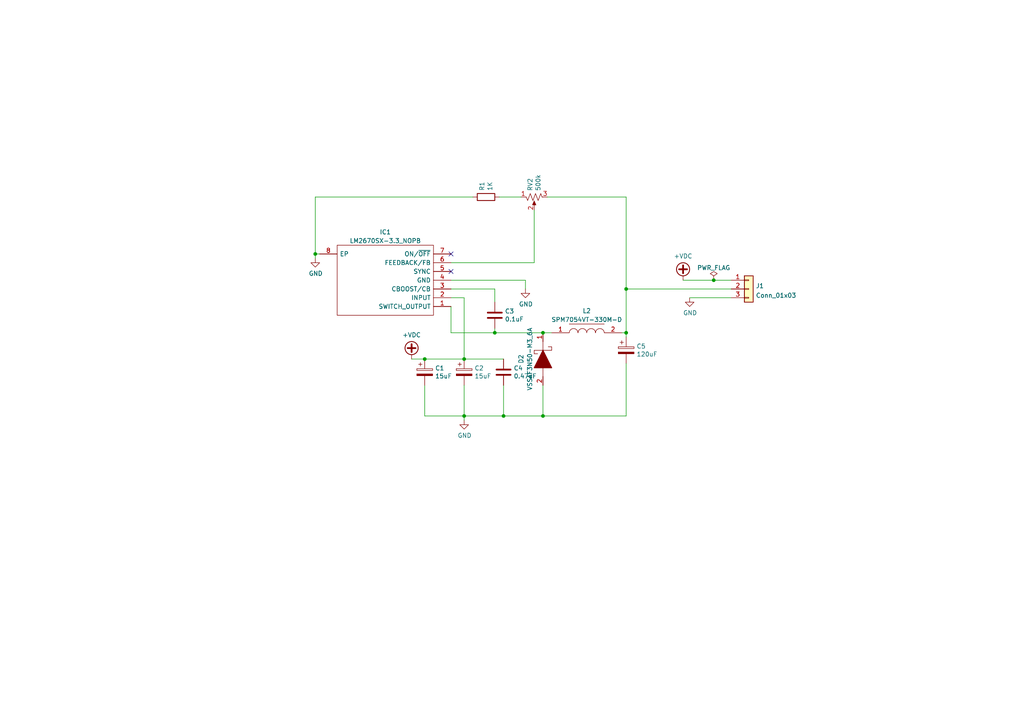
<source format=kicad_sch>
(kicad_sch (version 20231120) (generator "eeschema") (generator_version "8.0")
  (paper "A4")
  (lib_symbols
    (symbol "Connector_Generic:Conn_01x03" (pin_names (offset 1.016) hide)
      (property "Reference" "J" (at 0 5.08 0))
      (property "Value" "Conn_01x03" (at 0 -5.08 0))
      (symbol "Conn_01x03_1_1"
        (rectangle (start -1.27 -2.413) (end 0 -2.667) (stroke (width 0.1524)))
        (rectangle (start -1.27 0.127) (end 0 -0.127) (stroke (width 0.1524)))
        (rectangle (start -1.27 2.667) (end 0 2.413) (stroke (width 0.1524)))
        (rectangle (start -1.27 3.81) (end 1.27 -3.81) (stroke (width 0.254)) (fill (type background)))
        (pin passive line (at -5.08 2.54 0) (length 3.81) (name "Pin_1") (number "1"))
        (pin passive line (at -5.08 0 0) (length 3.81) (name "Pin_2") (number "2"))
        (pin passive line (at -5.08 -2.54 0) (length 3.81) (name "Pin_3") (number "3"))
      )
    )
    (symbol "Device:C" (pin_numbers hide) (pin_names (offset 0.254))
      (property "Reference" "C" (at 0.635 2.54 0))
      (property "Value" "C" (at 0.635 -2.54 0))
      (symbol "C_0_1"
        (polyline (pts (xy -2.032 -0.762) (xy 2.032 -0.762)) (stroke (width 0.508)))
        (polyline (pts (xy -2.032 0.762) (xy 2.032 0.762)) (stroke (width 0.508)))
      )
      (symbol "C_1_1"
        (pin passive line (at 0 3.81 270) (length 2.794) (name "~") (number "1"))
        (pin passive line (at 0 -3.81 90) (length 2.794) (name "~") (number "2"))
      )
    )
    (symbol "Device:CP" (pin_numbers hide) (pin_names (offset 0.254))
      (property "Reference" "C" (at 0.635 2.54 0))
      (property "Value" "Device_CP" (at 0.635 -2.54 0))
      (symbol "CP_0_1"
        (rectangle (start -2.286 0.508) (end 2.286 1.016))
        (polyline (pts (xy -1.778 2.286) (xy -0.762 2.286)))
        (polyline (pts (xy -1.27 2.794) (xy -1.27 1.778)))
        (rectangle (start 2.286 -0.508) (end -2.286 -1.016) (fill (type outline)))
      )
      (symbol "CP_1_1"
        (pin passive line (at 0 3.81 270) (length 2.794) (name "~") (number "1"))
        (pin passive line (at 0 -3.81 90) (length 2.794) (name "~") (number "2"))
      )
    )
    (symbol "Device:R" (pin_numbers hide) (pin_names (offset 0))
      (property "Reference" "R" (at 2.032 0 90))
      (property "Value" "R" (at 0 0 90))
      (symbol "R_0_1"
        (rectangle (start -1.016 -2.54) (end 1.016 2.54) (stroke (width 0.254)))
      )
      (symbol "R_1_1"
        (pin passive line (at 0 3.81 270) (length 1.27) (name "~") (number "1"))
        (pin passive line (at 0 -3.81 90) (length 1.27) (name "~") (number "2"))
      )
    )
    (symbol "Device:R_POT_US" (pin_names (offset 1.016) hide)
      (property "Reference" "RV" (at -4.445 0 90))
      (property "Value" "Device_R_POT_US" (at -2.54 0 90))
      (symbol "R_POT_US_0_1"
        (polyline (pts (xy 0 -2.286) (xy 0 -2.54)))
        (polyline (pts (xy 0 2.54) (xy 0 2.286)))
        (polyline (pts (xy 2.54 0) (xy 1.524 0)))
        (polyline (pts (xy 1.143 0) (xy 2.286 0.508) (xy 2.286 -0.508) (xy 1.143 0)) (fill (type outline)))
        (polyline (pts (xy 0 -0.762) (xy 1.016 -1.143) (xy 0 -1.524) (xy -1.016 -1.905) (xy 0 -2.286)))
        (polyline (pts (xy 0 0.762) (xy 1.016 0.381) (xy 0 0) (xy -1.016 -0.381) (xy 0 -0.762)))
        (polyline (pts (xy 0 2.286) (xy 1.016 1.905) (xy 0 1.524) (xy -1.016 1.143) (xy 0 0.762)))
      )
      (symbol "R_POT_US_1_1"
        (pin passive line (at 0 3.81 270) (length 1.27) (name "1") (number "1"))
        (pin passive line (at 3.81 0 180) (length 1.27) (name "2") (number "2"))
        (pin passive line (at 0 -3.81 90) (length 1.27) (name "3") (number "3"))
      )
    )
    (symbol "SamacSys_Parts:LM2670SX-3.3_NOPB" (pin_names (offset 0.762))
      (property "Reference" "IC" (at 34.29 7.62 0))
      (property "Value" "LM2670SX-3.3_NOPB" (at 34.29 5.08 0))
      (symbol "LM2670SX-3.3_NOPB_0_0"
        (pin passive line (at 38.1 -15.24 180) (length 5.08) (name "SWITCH_OUTPUT") (number "1"))
        (pin passive line (at 38.1 -12.7 180) (length 5.08) (name "INPUT") (number "2"))
        (pin passive line (at 38.1 -10.16 180) (length 5.08) (name "CBOOST/CB") (number "3"))
        (pin passive line (at 38.1 -7.62 180) (length 5.08) (name "GND") (number "4"))
        (pin passive line (at 38.1 -5.08 180) (length 5.08) (name "SYNC") (number "5"))
        (pin passive line (at 38.1 -2.54 180) (length 5.08) (name "FEEDBACK/FB") (number "6"))
        (pin passive line (at 38.1 0 180) (length 5.08) (name "ON/~{OFF}") (number "7"))
        (pin passive line (at 0 0 0) (length 5.08) (name "EP") (number "8"))
      )
      (symbol "LM2670SX-3.3_NOPB_0_1"
        (polyline (pts (xy 5.08 2.54) (xy 33.02 2.54) (xy 33.02 -17.78) (xy 5.08 -17.78) (xy 5.08 2.54)) (stroke (width 0.1524)))
      )
    )
    (symbol "SamacSys_Parts:SPM7054VT-330M-D" (pin_names (offset 0.762))
      (property "Reference" "L" (at 16.51 6.35 0))
      (property "Value" "SPM7054VT-330M-D" (at 16.51 3.81 0))
      (symbol "SPM7054VT-330M-D_0_0"
        (pin passive line (at 0 0 0) (length 5.08) (name "~") (number "1"))
        (pin passive line (at 20.32 0 180) (length 5.08) (name "~") (number "2"))
      )
      (symbol "SPM7054VT-330M-D_0_1"
        (polyline (pts (xy 5.08 2.54) (xy 15.24 2.54)) (stroke (width 0.1524)))
        (arc (start 7.62 0) (mid 6.35 1.2202) (end 5.08 0) (stroke (width 0.1524)))
        (arc (start 10.16 0) (mid 8.89 1.2202) (end 7.62 0) (stroke (width 0.1524)))
        (arc (start 12.7 0) (mid 11.43 1.2202) (end 10.16 0) (stroke (width 0.1524)))
        (arc (start 15.24 0) (mid 13.97 1.2202) (end 12.7 0) (stroke (width 0.1524)))
      )
    )
    (symbol "SamacSys_Parts:VSSAF3N50-M3_6A" (pin_names (offset 0.762))
      (property "Reference" "D" (at 12.7 8.89 0))
      (property "Value" "VSSAF3N50-M3_6A" (at 12.7 6.35 0))
      (symbol "VSSAF3N50-M3_6A_0_0"
        (pin passive line (at 2.54 0 0) (length 2.54) (name "~") (number "1"))
        (pin passive line (at 17.78 0 180) (length 2.54) (name "~") (number "2"))
      )
      (symbol "VSSAF3N50-M3_6A_0_1"
        (polyline (pts (xy 5.08 0) (xy 7.62 0)) (stroke (width 0.1524)))
        (polyline (pts (xy 7.62 2.54) (xy 7.62 -2.54)) (stroke (width 0.1524)))
        (polyline (pts (xy 12.7 0) (xy 15.24 0)) (stroke (width 0.1524)))
        (polyline (pts (xy 7.62 -2.54) (xy 6.604 -2.54) (xy 6.604 -1.524)) (stroke (width 0.1524)))
        (polyline (pts (xy 7.62 2.54) (xy 8.636 2.54) (xy 8.636 1.524)) (stroke (width 0.1524)))
        (polyline (pts (xy 7.62 0) (xy 12.7 2.54) (xy 12.7 -2.54) (xy 7.62 0)) (stroke (width 0.254)) (fill (type outline)))
      )
    )
    (symbol "power:+VDC" (power) (pin_names (offset 0))
      (property "Value" "+VDC" (at 0 6.35 0))
      (symbol "+VDC_0_1"
        (polyline (pts (xy -1.143 3.175) (xy 1.143 3.175)) (stroke (width 0.508)))
        (polyline (pts (xy 0 0) (xy 0 1.27)))
        (polyline (pts (xy 0 2.032) (xy 0 4.318)) (stroke (width 0.508)))
        (circle (center 0 3.175) (radius 1.905) (stroke (width 0.254)))
      )
      (symbol "+VDC_1_1"
        (pin power_in line (at 0 0 90) (length 0) hide (name "+VDC") (number "1"))
      )
    )
    (symbol "power:GND" (power) (pin_names (offset 0))
      (property "Value" "GND" (at 0 -3.81 0))
      (symbol "GND_0_1"
        (polyline (pts (xy 0 0) (xy 0 -1.27) (xy 1.27 -1.27) (xy 0 -2.54) (xy -1.27 -1.27) (xy 0 -1.27)))
      )
      (symbol "GND_1_1"
        (pin power_in line (at 0 0 270) (length 0) hide (name "GND") (number "1"))
      )
    )
    (symbol "power:PWR_FLAG" (power) (pin_numbers hide) (pin_names (offset 0) hide)
      (property "Value" "PWR_FLAG" (at 0 3.81 0))
      (symbol "PWR_FLAG_0_0"
        (pin power_out line (at 0 0 90) (length 0) (name "pwr") (number "1"))
      )
      (symbol "PWR_FLAG_0_1"
        (polyline (pts (xy 0 0) (xy 0 1.27) (xy -1.016 1.905) (xy 0 2.54) (xy 1.016 1.905) (xy 0 1.27)))
      )
    )
  )
  (junction (at 134.62 120.65))
  (junction (at 123.19 104.14))
  (junction (at 157.48 96.52))
  (junction (at 91.44 73.66))
  (junction (at 143.51 96.52))
  (junction (at 181.61 96.52))
  (junction (at 181.61 83.82))
  (junction (at 157.48 120.65))
  (junction (at 146.05 120.65))
  (junction (at 207.01 81.28))
  (junction (at 134.62 104.14))
  (no_connect (at 130.81 78.74))
  (no_connect (at 130.81 73.66))
  (wire (pts (xy 157.48 120.65) (xy 181.61 120.65)))
  (wire (pts (xy 152.4 83.82) (xy 152.4 81.28)))
  (wire (pts (xy 130.81 96.52) (xy 143.51 96.52)))
  (wire (pts (xy 134.62 104.14) (xy 146.05 104.14)))
  (wire (pts (xy 181.61 83.82) (xy 212.09 83.82)))
  (wire (pts (xy 181.61 57.15) (xy 181.61 83.82)))
  (wire (pts (xy 134.62 86.36) (xy 134.62 104.14)))
  (wire (pts (xy 200.025 86.36) (xy 212.09 86.36)))
  (wire (pts (xy 181.61 83.82) (xy 181.61 96.52)))
  (wire (pts (xy 158.75 57.15) (xy 181.61 57.15)))
  (wire (pts (xy 207.01 81.28) (xy 212.09 81.28)))
  (wire (pts (xy 91.44 74.93) (xy 91.44 73.66)))
  (wire (pts (xy 181.61 120.65) (xy 181.61 105.41)))
  (wire (pts (xy 157.48 120.65) (xy 157.48 111.76)))
  (wire (pts (xy 134.62 120.65) (xy 134.62 121.92)))
  (wire (pts (xy 180.34 96.52) (xy 181.61 96.52)))
  (wire (pts (xy 134.62 120.65) (xy 134.62 111.76)))
  (wire (pts (xy 143.51 96.52) (xy 143.51 95.25)))
  (wire (pts (xy 157.48 96.52) (xy 160.02 96.52)))
  (wire (pts (xy 91.44 73.66) (xy 92.71 73.66)))
  (wire (pts (xy 143.51 83.82) (xy 130.81 83.82)))
  (wire (pts (xy 130.81 81.28) (xy 152.4 81.28)))
  (wire (pts (xy 154.94 76.2) (xy 154.94 60.96)))
  (wire (pts (xy 119.38 104.14) (xy 123.19 104.14)))
  (wire (pts (xy 146.05 120.65) (xy 146.05 111.76)))
  (wire (pts (xy 144.78 57.15) (xy 151.13 57.15)))
  (wire (pts (xy 130.81 86.36) (xy 134.62 86.36)))
  (wire (pts (xy 181.61 96.52) (xy 181.61 97.79)))
  (wire (pts (xy 91.44 57.15) (xy 137.16 57.15)))
  (wire (pts (xy 198.12 81.28) (xy 207.01 81.28)))
  (wire (pts (xy 134.62 120.65) (xy 146.05 120.65)))
  (wire (pts (xy 91.44 57.15) (xy 91.44 73.66)))
  (wire (pts (xy 123.19 111.76) (xy 123.19 120.65)))
  (wire (pts (xy 130.81 76.2) (xy 154.94 76.2)))
  (wire (pts (xy 143.51 87.63) (xy 143.51 83.82)))
  (wire (pts (xy 146.05 120.65) (xy 157.48 120.65)))
  (wire (pts (xy 123.19 104.14) (xy 134.62 104.14)))
  (wire (pts (xy 123.19 120.65) (xy 134.62 120.65)))
  (wire (pts (xy 130.81 88.9) (xy 130.81 96.52)))
  (wire (pts (xy 143.51 96.52) (xy 157.48 96.52)))
  (symbol (lib_id "Device:C") (at 143.51 91.44 0) (unit 1)
    (property "Reference" "C3" (at 146.431 90.2716 0) (effects (justify left)))
    (property "Value" "0.1uF" (at 146.431 92.583 0) (effects (justify left)))
    (property "Footprint" "Capacitor_SMD:C_0603_1608Metric_Pad1.08x0.95mm_HandSolder" (effects (hide yes)))
  )
  (symbol (lib_id "power:PWR_FLAG") (at 207.01 81.28 0) (unit 1)
    (property "Reference" "#FLG02" (effects (hide yes)))
    (property "Value" "PWR_FLAG" (at 207.01 77.6755 0))
  )
  (symbol (lib_id "Device:R") (at 140.97 57.15 90) (unit 1)
    (property "Reference" "R1" (at 139.8016 55.372 0) (effects (justify left)))
    (property "Value" "1K" (at 142.113 55.372 0) (effects (justify left)))
    (property "Footprint" "Resistor_SMD:R_0612_1632Metric_Pad1.18x3.40mm_HandSolder" (effects (hide yes)))
  )
  (symbol (lib_id "Device:R_POT_US") (at 154.94 57.15 90) (mirror x) (unit 1)
    (property "Reference" "RV2" (at 153.7716 55.4228 0) (effects (justify right)))
    (property "Value" "500k" (at 156.083 55.4228 0) (effects (justify right)))
    (property "Footprint" "Potentiometer_THT:Potentiometer_Bourns_3296W_Vertical" (effects (hide yes)))
  )
  (symbol (lib_id "SamacSys_Parts:LM2670SX-3.3_NOPB") (at 92.71 73.66 0) (unit 1)
    (property "Reference" "IC1" (at 111.76 67.31 0))
    (property "Value" "LM2670SX-3.3_NOPB" (at 111.76 69.85 0))
    (property "Footprint" "SamacSys_Parts:LM2670SX33NOPB" (effects (hide yes)))
    (property "Datasheet" "https://www.ti.com/lit/ds/symlink/lm2670.pdf?HQS=dis-mous-null-mousermode-dsf-pf-null-wwe&ts=1663903765420&ref_url=https%253A%252F%252Fwww.mouser.in%252F" (effects (hide yes)))
    (property "Description" "Switching Voltage Regulators SIMPLE SWITCHER High Efficiency 3A Step-Down Voltage Regulator with Sync 7-DDPAK/TO-263 -40 to 125" (effects (hide yes)))
    (property "Height" "4.79" (effects (hide yes)))
    (property "Mouser Part Number" "926-LM2670SX33NOPB" (effects (hide yes)))
    (property "Mouser Price/Stock" "https://www.mouser.co.uk/ProductDetail/Texas-Instruments/LM2670SX-33-NOPB?qs=X1J7HmVL2ZFMthjcXZVTwQ%3D%3D" (effects (hide yes)))
    (property "Manufacturer_Name" "Texas Instruments" (effects (hide yes)))
    (property "Manufacturer_Part_Number" "LM2670SX-3.3/NOPB" (effects (hide yes)))
  )
  (symbol (lib_id "power:GND") (at 152.4 83.82 0) (unit 1)
    (property "Reference" "#PWR07" (effects (hide yes)))
    (property "Value" "GND" (at 152.527 88.2142 0))
  )
  (symbol (lib_id "power:GND") (at 134.62 121.92 0) (unit 1)
    (property "Reference" "#PWR06" (effects (hide yes)))
    (property "Value" "GND" (at 134.747 126.3142 0))
  )
  (symbol (lib_id "Device:C") (at 146.05 107.95 0) (unit 1)
    (property "Reference" "C4" (at 148.971 106.7816 0) (effects (justify left)))
    (property "Value" "0.47uF" (at 148.971 109.093 0) (effects (justify left)))
    (property "Footprint" "Capacitor_SMD:C_0603_1608Metric_Pad1.08x0.95mm_HandSolder" (effects (hide yes)))
  )
  (symbol (lib_id "Device:CP") (at 181.61 101.6 0) (unit 1)
    (property "Reference" "C5" (at 184.6072 100.4316 0) (effects (justify left)))
    (property "Value" "120uF" (at 184.6072 102.743 0) (effects (justify left)))
    (property "Footprint" "Capacitor_THT:CP_Radial_D8.0mm_P5.00mm" (effects (hide yes)))
  )
  (symbol (lib_id "Device:CP") (at 123.19 107.95 0) (unit 1)
    (property "Reference" "C1" (at 126.1872 106.7816 0) (effects (justify left)))
    (property "Value" "15uF" (at 126.1872 109.093 0) (effects (justify left)))
    (property "Footprint" "Capacitor_THT:CP_Radial_D5.0mm_P2.50mm" (effects (hide yes)))
  )
  (symbol (lib_id "power:+VDC") (at 198.12 81.28 0) (unit 1)
    (property "Reference" "#PWR02" (effects (hide yes)))
    (property "Value" "+VDC" (at 198.12 74.295 0))
  )
  (symbol (lib_id "SamacSys_Parts:VSSAF3N50-M3_6A") (at 157.48 93.98 90) (mirror x) (unit 1)
    (property "Reference" "D2" (at 151.13 104.14 0))
    (property "Value" "VSSAF3N50-M3_6A" (at 153.67 104.14 0))
    (property "Footprint" "SODFL5226X100N" (effects (hide yes)))
    (property "Datasheet" "https://www.vishay.com/docs/87720/vssaf3n50.pdf" (effects (hide yes)))
    (property "Description" "Schottky Diodes & Rectifiers 3A, 50V,TRENCH SKY RECT." (effects (hide yes)))
    (property "Height" "1" (effects (hide yes)))
    (property "Mouser Part Number" "78-VSSAF3N50-M36A" (effects (hide yes)))
    (property "Mouser Price/Stock" "https://www.mouser.co.uk/ProductDetail/Vishay-General-Semiconductor/VSSAF3N50-M3-6A?qs=pzVvXTvk9PyAGQrseCalzA%3D%3D" (effects (hide yes)))
    (property "Manufacturer_Name" "Vishay" (effects (hide yes)))
    (property "Manufacturer_Part_Number" "VSSAF3N50-M3/6A" (effects (hide yes)))
  )
  (symbol (lib_id "Connector_Generic:Conn_01x03") (at 217.17 83.82 0) (unit 1)
    (property "Reference" "J1" (at 219.202 82.9115 0) (effects (justify left)))
    (property "Value" "Conn_01x03" (at 219.202 85.6866 0) (effects (justify left)))
    (property "Footprint" "Connector_PinHeader_2.54mm:PinHeader_1x03_P2.54mm_Vertical" (effects (hide yes)))
  )
  (symbol (lib_id "Device:CP") (at 134.62 107.95 0) (unit 1)
    (property "Reference" "C2" (at 137.6172 106.7816 0) (effects (justify left)))
    (property "Value" "15uF" (at 137.6172 109.093 0) (effects (justify left)))
    (property "Footprint" "Capacitor_THT:CP_Radial_D5.0mm_P2.50mm" (effects (hide yes)))
  )
  (symbol (lib_id "power:GND") (at 91.44 74.93 0) (unit 1)
    (property "Reference" "#PWR04" (effects (hide yes)))
    (property "Value" "GND" (at 91.567 79.3242 0))
  )
  (symbol (lib_id "power:+VDC") (at 119.38 104.14 0) (unit 1)
    (property "Reference" "#PWR09" (effects (hide yes)))
    (property "Value" "+VDC" (at 119.38 97.155 0))
  )
  (symbol (lib_id "power:GND") (at 200.025 86.36 0) (unit 1)
    (property "Reference" "#PWR03" (effects (hide yes)))
    (property "Value" "GND" (at 200.152 90.7542 0))
  )
  (symbol (lib_id "SamacSys_Parts:SPM7054VT-330M-D") (at 160.02 96.52 0) (unit 1)
    (property "Reference" "L2" (at 170.18 90.17 0))
    (property "Value" "SPM7054VT-330M-D" (at 170.18 92.71 0))
    (property "Footprint" "SPM7054VT" (effects (hide yes)))
    (property "Datasheet" "https://product.tdk.com/system/files/dam/doc/product/inductor/inductor/smd/catalog/inductor_automotive_power_spm7054vt-d_en.pdf" (effects (hide yes)))
    (property "Description" "Inductors for power circuits, Wound metal, Automotive" (effects (hide yes)))
    (property "Mouser Part Number" "810-SPM7054VT-330M-D" (effects (hide yes)))
    (property "Mouser Price/Stock" "https://www.mouser.co.uk/ProductDetail/TDK/SPM7054VT-330M-D?qs=ahcBuItHZ3xT067VPMZIlw%3D%3D" (effects (hide yes)))
    (property "Manufacturer_Name" "TDK" (effects (hide yes)))
    (property "Manufacturer_Part_Number" "SPM7054VT-330M-D" (effects (hide yes)))
  )
)
</source>
